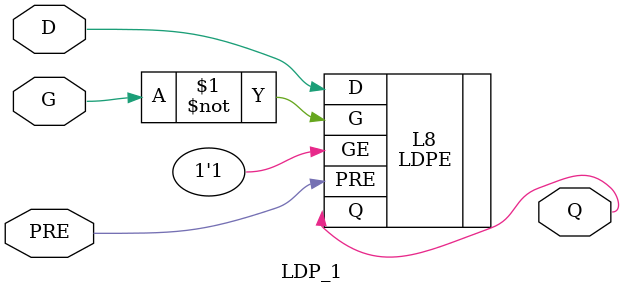
<source format=v>


`timescale  1 ps / 1 ps

module LDP_1 (Q, G, D, PRE);

    parameter [0:0] INIT = 1'b1;

    output Q;

    input  G, D, PRE;

    wire Q;

    LDPE #(.INIT(INIT)) L8 (.Q(Q), .G(~G), .GE(1'b1), .D(D), .PRE(PRE));

endmodule


</source>
